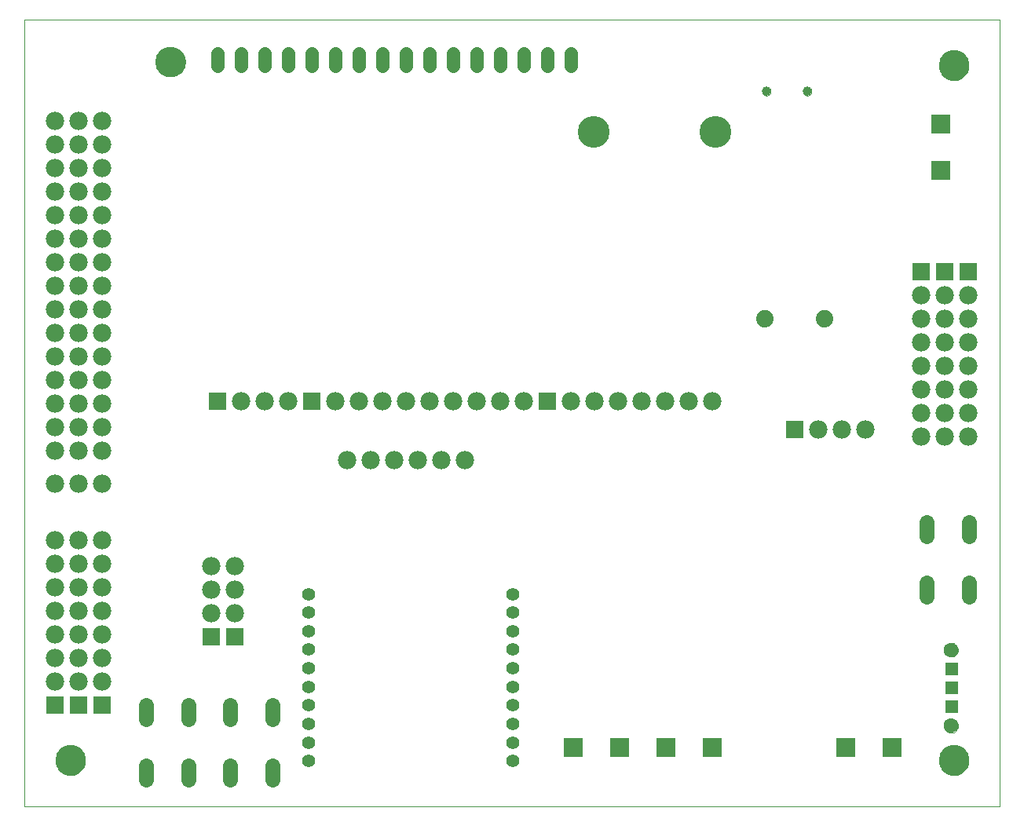
<source format=gbs>
G75*
G70*
%OFA0B0*%
%FSLAX24Y24*%
%IPPOS*%
%LPD*%
%AMOC8*
5,1,8,0,0,1.08239X$1,22.5*
%
%ADD10C,0.0000*%
%ADD11C,0.1290*%
%ADD12C,0.0555*%
%ADD13C,0.0780*%
%ADD14C,0.0640*%
%ADD15C,0.0555*%
%ADD16R,0.0780X0.0780*%
%ADD17C,0.0394*%
%ADD18C,0.1350*%
%ADD19C,0.0740*%
%ADD20R,0.0555X0.0555*%
%ADD21C,0.0631*%
%ADD22R,0.0808X0.0808*%
D10*
X000105Y001250D02*
X000105Y034650D01*
X041505Y034650D01*
X041505Y001250D01*
X000105Y001250D01*
X001430Y003200D02*
X001432Y003250D01*
X001438Y003299D01*
X001448Y003348D01*
X001461Y003395D01*
X001479Y003442D01*
X001500Y003487D01*
X001524Y003530D01*
X001552Y003571D01*
X001583Y003610D01*
X001617Y003646D01*
X001654Y003680D01*
X001694Y003710D01*
X001735Y003737D01*
X001779Y003761D01*
X001824Y003781D01*
X001871Y003797D01*
X001919Y003810D01*
X001968Y003819D01*
X002018Y003824D01*
X002067Y003825D01*
X002117Y003822D01*
X002166Y003815D01*
X002215Y003804D01*
X002262Y003790D01*
X002308Y003771D01*
X002353Y003749D01*
X002396Y003724D01*
X002436Y003695D01*
X002474Y003663D01*
X002510Y003629D01*
X002543Y003591D01*
X002572Y003551D01*
X002598Y003509D01*
X002621Y003465D01*
X002640Y003419D01*
X002656Y003372D01*
X002668Y003323D01*
X002676Y003274D01*
X002680Y003225D01*
X002680Y003175D01*
X002676Y003126D01*
X002668Y003077D01*
X002656Y003028D01*
X002640Y002981D01*
X002621Y002935D01*
X002598Y002891D01*
X002572Y002849D01*
X002543Y002809D01*
X002510Y002771D01*
X002474Y002737D01*
X002436Y002705D01*
X002396Y002676D01*
X002353Y002651D01*
X002308Y002629D01*
X002262Y002610D01*
X002215Y002596D01*
X002166Y002585D01*
X002117Y002578D01*
X002067Y002575D01*
X002018Y002576D01*
X001968Y002581D01*
X001919Y002590D01*
X001871Y002603D01*
X001824Y002619D01*
X001779Y002639D01*
X001735Y002663D01*
X001694Y002690D01*
X001654Y002720D01*
X001617Y002754D01*
X001583Y002790D01*
X001552Y002829D01*
X001524Y002870D01*
X001500Y002913D01*
X001479Y002958D01*
X001461Y003005D01*
X001448Y003052D01*
X001438Y003101D01*
X001432Y003150D01*
X001430Y003200D01*
X031432Y031600D02*
X031434Y031626D01*
X031440Y031652D01*
X031450Y031677D01*
X031463Y031700D01*
X031479Y031720D01*
X031499Y031738D01*
X031521Y031753D01*
X031544Y031765D01*
X031570Y031773D01*
X031596Y031777D01*
X031622Y031777D01*
X031648Y031773D01*
X031674Y031765D01*
X031698Y031753D01*
X031719Y031738D01*
X031739Y031720D01*
X031755Y031700D01*
X031768Y031677D01*
X031778Y031652D01*
X031784Y031626D01*
X031786Y031600D01*
X031784Y031574D01*
X031778Y031548D01*
X031768Y031523D01*
X031755Y031500D01*
X031739Y031480D01*
X031719Y031462D01*
X031697Y031447D01*
X031674Y031435D01*
X031648Y031427D01*
X031622Y031423D01*
X031596Y031423D01*
X031570Y031427D01*
X031544Y031435D01*
X031520Y031447D01*
X031499Y031462D01*
X031479Y031480D01*
X031463Y031500D01*
X031450Y031523D01*
X031440Y031548D01*
X031434Y031574D01*
X031432Y031600D01*
X033164Y031600D02*
X033166Y031626D01*
X033172Y031652D01*
X033182Y031677D01*
X033195Y031700D01*
X033211Y031720D01*
X033231Y031738D01*
X033253Y031753D01*
X033276Y031765D01*
X033302Y031773D01*
X033328Y031777D01*
X033354Y031777D01*
X033380Y031773D01*
X033406Y031765D01*
X033430Y031753D01*
X033451Y031738D01*
X033471Y031720D01*
X033487Y031700D01*
X033500Y031677D01*
X033510Y031652D01*
X033516Y031626D01*
X033518Y031600D01*
X033516Y031574D01*
X033510Y031548D01*
X033500Y031523D01*
X033487Y031500D01*
X033471Y031480D01*
X033451Y031462D01*
X033429Y031447D01*
X033406Y031435D01*
X033380Y031427D01*
X033354Y031423D01*
X033328Y031423D01*
X033302Y031427D01*
X033276Y031435D01*
X033252Y031447D01*
X033231Y031462D01*
X033211Y031480D01*
X033195Y031500D01*
X033182Y031523D01*
X033172Y031548D01*
X033166Y031574D01*
X033164Y031600D01*
X038930Y032700D02*
X038932Y032750D01*
X038938Y032799D01*
X038948Y032848D01*
X038961Y032895D01*
X038979Y032942D01*
X039000Y032987D01*
X039024Y033030D01*
X039052Y033071D01*
X039083Y033110D01*
X039117Y033146D01*
X039154Y033180D01*
X039194Y033210D01*
X039235Y033237D01*
X039279Y033261D01*
X039324Y033281D01*
X039371Y033297D01*
X039419Y033310D01*
X039468Y033319D01*
X039518Y033324D01*
X039567Y033325D01*
X039617Y033322D01*
X039666Y033315D01*
X039715Y033304D01*
X039762Y033290D01*
X039808Y033271D01*
X039853Y033249D01*
X039896Y033224D01*
X039936Y033195D01*
X039974Y033163D01*
X040010Y033129D01*
X040043Y033091D01*
X040072Y033051D01*
X040098Y033009D01*
X040121Y032965D01*
X040140Y032919D01*
X040156Y032872D01*
X040168Y032823D01*
X040176Y032774D01*
X040180Y032725D01*
X040180Y032675D01*
X040176Y032626D01*
X040168Y032577D01*
X040156Y032528D01*
X040140Y032481D01*
X040121Y032435D01*
X040098Y032391D01*
X040072Y032349D01*
X040043Y032309D01*
X040010Y032271D01*
X039974Y032237D01*
X039936Y032205D01*
X039896Y032176D01*
X039853Y032151D01*
X039808Y032129D01*
X039762Y032110D01*
X039715Y032096D01*
X039666Y032085D01*
X039617Y032078D01*
X039567Y032075D01*
X039518Y032076D01*
X039468Y032081D01*
X039419Y032090D01*
X039371Y032103D01*
X039324Y032119D01*
X039279Y032139D01*
X039235Y032163D01*
X039194Y032190D01*
X039154Y032220D01*
X039117Y032254D01*
X039083Y032290D01*
X039052Y032329D01*
X039024Y032370D01*
X039000Y032413D01*
X038979Y032458D01*
X038961Y032505D01*
X038948Y032552D01*
X038938Y032601D01*
X038932Y032650D01*
X038930Y032700D01*
X039144Y007894D02*
X039146Y007928D01*
X039152Y007962D01*
X039162Y007995D01*
X039175Y008026D01*
X039193Y008056D01*
X039213Y008084D01*
X039237Y008109D01*
X039263Y008131D01*
X039291Y008149D01*
X039322Y008165D01*
X039354Y008177D01*
X039388Y008185D01*
X039422Y008189D01*
X039456Y008189D01*
X039490Y008185D01*
X039524Y008177D01*
X039556Y008165D01*
X039586Y008149D01*
X039615Y008131D01*
X039641Y008109D01*
X039665Y008084D01*
X039685Y008056D01*
X039703Y008026D01*
X039716Y007995D01*
X039726Y007962D01*
X039732Y007928D01*
X039734Y007894D01*
X039732Y007860D01*
X039726Y007826D01*
X039716Y007793D01*
X039703Y007762D01*
X039685Y007732D01*
X039665Y007704D01*
X039641Y007679D01*
X039615Y007657D01*
X039587Y007639D01*
X039556Y007623D01*
X039524Y007611D01*
X039490Y007603D01*
X039456Y007599D01*
X039422Y007599D01*
X039388Y007603D01*
X039354Y007611D01*
X039322Y007623D01*
X039291Y007639D01*
X039263Y007657D01*
X039237Y007679D01*
X039213Y007704D01*
X039193Y007732D01*
X039175Y007762D01*
X039162Y007793D01*
X039152Y007826D01*
X039146Y007860D01*
X039144Y007894D01*
X039144Y004665D02*
X039146Y004699D01*
X039152Y004733D01*
X039162Y004766D01*
X039175Y004797D01*
X039193Y004827D01*
X039213Y004855D01*
X039237Y004880D01*
X039263Y004902D01*
X039291Y004920D01*
X039322Y004936D01*
X039354Y004948D01*
X039388Y004956D01*
X039422Y004960D01*
X039456Y004960D01*
X039490Y004956D01*
X039524Y004948D01*
X039556Y004936D01*
X039586Y004920D01*
X039615Y004902D01*
X039641Y004880D01*
X039665Y004855D01*
X039685Y004827D01*
X039703Y004797D01*
X039716Y004766D01*
X039726Y004733D01*
X039732Y004699D01*
X039734Y004665D01*
X039732Y004631D01*
X039726Y004597D01*
X039716Y004564D01*
X039703Y004533D01*
X039685Y004503D01*
X039665Y004475D01*
X039641Y004450D01*
X039615Y004428D01*
X039587Y004410D01*
X039556Y004394D01*
X039524Y004382D01*
X039490Y004374D01*
X039456Y004370D01*
X039422Y004370D01*
X039388Y004374D01*
X039354Y004382D01*
X039322Y004394D01*
X039291Y004410D01*
X039263Y004428D01*
X039237Y004450D01*
X039213Y004475D01*
X039193Y004503D01*
X039175Y004533D01*
X039162Y004564D01*
X039152Y004597D01*
X039146Y004631D01*
X039144Y004665D01*
X038930Y003200D02*
X038932Y003250D01*
X038938Y003299D01*
X038948Y003348D01*
X038961Y003395D01*
X038979Y003442D01*
X039000Y003487D01*
X039024Y003530D01*
X039052Y003571D01*
X039083Y003610D01*
X039117Y003646D01*
X039154Y003680D01*
X039194Y003710D01*
X039235Y003737D01*
X039279Y003761D01*
X039324Y003781D01*
X039371Y003797D01*
X039419Y003810D01*
X039468Y003819D01*
X039518Y003824D01*
X039567Y003825D01*
X039617Y003822D01*
X039666Y003815D01*
X039715Y003804D01*
X039762Y003790D01*
X039808Y003771D01*
X039853Y003749D01*
X039896Y003724D01*
X039936Y003695D01*
X039974Y003663D01*
X040010Y003629D01*
X040043Y003591D01*
X040072Y003551D01*
X040098Y003509D01*
X040121Y003465D01*
X040140Y003419D01*
X040156Y003372D01*
X040168Y003323D01*
X040176Y003274D01*
X040180Y003225D01*
X040180Y003175D01*
X040176Y003126D01*
X040168Y003077D01*
X040156Y003028D01*
X040140Y002981D01*
X040121Y002935D01*
X040098Y002891D01*
X040072Y002849D01*
X040043Y002809D01*
X040010Y002771D01*
X039974Y002737D01*
X039936Y002705D01*
X039896Y002676D01*
X039853Y002651D01*
X039808Y002629D01*
X039762Y002610D01*
X039715Y002596D01*
X039666Y002585D01*
X039617Y002578D01*
X039567Y002575D01*
X039518Y002576D01*
X039468Y002581D01*
X039419Y002590D01*
X039371Y002603D01*
X039324Y002619D01*
X039279Y002639D01*
X039235Y002663D01*
X039194Y002690D01*
X039154Y002720D01*
X039117Y002754D01*
X039083Y002790D01*
X039052Y002829D01*
X039024Y002870D01*
X039000Y002913D01*
X038979Y002958D01*
X038961Y003005D01*
X038948Y003052D01*
X038938Y003101D01*
X038932Y003150D01*
X038930Y003200D01*
X005680Y032860D02*
X005682Y032910D01*
X005688Y032959D01*
X005698Y033008D01*
X005711Y033055D01*
X005729Y033102D01*
X005750Y033147D01*
X005774Y033190D01*
X005802Y033231D01*
X005833Y033270D01*
X005867Y033306D01*
X005904Y033340D01*
X005944Y033370D01*
X005985Y033397D01*
X006029Y033421D01*
X006074Y033441D01*
X006121Y033457D01*
X006169Y033470D01*
X006218Y033479D01*
X006268Y033484D01*
X006317Y033485D01*
X006367Y033482D01*
X006416Y033475D01*
X006465Y033464D01*
X006512Y033450D01*
X006558Y033431D01*
X006603Y033409D01*
X006646Y033384D01*
X006686Y033355D01*
X006724Y033323D01*
X006760Y033289D01*
X006793Y033251D01*
X006822Y033211D01*
X006848Y033169D01*
X006871Y033125D01*
X006890Y033079D01*
X006906Y033032D01*
X006918Y032983D01*
X006926Y032934D01*
X006930Y032885D01*
X006930Y032835D01*
X006926Y032786D01*
X006918Y032737D01*
X006906Y032688D01*
X006890Y032641D01*
X006871Y032595D01*
X006848Y032551D01*
X006822Y032509D01*
X006793Y032469D01*
X006760Y032431D01*
X006724Y032397D01*
X006686Y032365D01*
X006646Y032336D01*
X006603Y032311D01*
X006558Y032289D01*
X006512Y032270D01*
X006465Y032256D01*
X006416Y032245D01*
X006367Y032238D01*
X006317Y032235D01*
X006268Y032236D01*
X006218Y032241D01*
X006169Y032250D01*
X006121Y032263D01*
X006074Y032279D01*
X006029Y032299D01*
X005985Y032323D01*
X005944Y032350D01*
X005904Y032380D01*
X005867Y032414D01*
X005833Y032450D01*
X005802Y032489D01*
X005774Y032530D01*
X005750Y032573D01*
X005729Y032618D01*
X005711Y032665D01*
X005698Y032712D01*
X005688Y032761D01*
X005682Y032810D01*
X005680Y032860D01*
D11*
X006305Y032860D03*
X039555Y032700D03*
X039555Y003200D03*
X002055Y003200D03*
D12*
X012174Y003176D03*
X012174Y003964D03*
X012174Y004751D03*
X012174Y005539D03*
X012174Y006326D03*
X012174Y007113D03*
X012174Y007901D03*
X012174Y008688D03*
X012174Y009476D03*
X012174Y010263D03*
X020836Y010263D03*
X020836Y009476D03*
X020836Y008688D03*
X020836Y007901D03*
X020836Y007113D03*
X020836Y006326D03*
X020836Y005539D03*
X020836Y004751D03*
X020836Y003964D03*
X020836Y003176D03*
D13*
X009050Y009450D03*
X008050Y009450D03*
X008050Y010450D03*
X008050Y011450D03*
X009050Y011450D03*
X009050Y010450D03*
X003405Y010550D03*
X003405Y011550D03*
X003405Y012550D03*
X002405Y012550D03*
X001405Y012550D03*
X001405Y011550D03*
X002405Y011550D03*
X002405Y010550D03*
X001405Y010550D03*
X001405Y009550D03*
X002405Y009550D03*
X003405Y009550D03*
X003405Y008550D03*
X002405Y008550D03*
X001405Y008550D03*
X001405Y007550D03*
X002405Y007550D03*
X003405Y007550D03*
X003405Y006550D03*
X002405Y006550D03*
X001405Y006550D03*
X001405Y014950D03*
X002405Y014950D03*
X003405Y014950D03*
X003405Y016350D03*
X003405Y017350D03*
X003405Y018350D03*
X003405Y019350D03*
X003405Y020350D03*
X003405Y021350D03*
X003405Y022350D03*
X003405Y023350D03*
X003405Y024350D03*
X003405Y025350D03*
X003405Y026350D03*
X003405Y027350D03*
X003405Y028350D03*
X003405Y029350D03*
X003405Y030350D03*
X002405Y030350D03*
X001405Y030350D03*
X001405Y029350D03*
X002405Y029350D03*
X002405Y028350D03*
X001405Y028350D03*
X001405Y027350D03*
X002405Y027350D03*
X002405Y026350D03*
X001405Y026350D03*
X001405Y025350D03*
X002405Y025350D03*
X002405Y024350D03*
X001405Y024350D03*
X001405Y023350D03*
X002405Y023350D03*
X002405Y022350D03*
X001405Y022350D03*
X001405Y021350D03*
X002405Y021350D03*
X002405Y020350D03*
X001405Y020350D03*
X001405Y019350D03*
X002405Y019350D03*
X002405Y018350D03*
X001405Y018350D03*
X001405Y017350D03*
X002405Y017350D03*
X002405Y016350D03*
X001405Y016350D03*
X009305Y018450D03*
X010305Y018450D03*
X011305Y018450D03*
X013305Y018450D03*
X014305Y018450D03*
X015305Y018450D03*
X016305Y018450D03*
X017305Y018450D03*
X018305Y018450D03*
X019305Y018450D03*
X020305Y018450D03*
X021305Y018450D03*
X023305Y018450D03*
X024305Y018450D03*
X025305Y018450D03*
X026305Y018450D03*
X027305Y018450D03*
X028305Y018450D03*
X029305Y018450D03*
X033805Y017250D03*
X034805Y017250D03*
X035805Y017250D03*
X038175Y016950D03*
X038175Y017950D03*
X038175Y018950D03*
X038175Y019950D03*
X038175Y020950D03*
X038175Y021950D03*
X038175Y022950D03*
X039175Y022950D03*
X040175Y022950D03*
X040175Y021950D03*
X039175Y021950D03*
X039175Y020950D03*
X040175Y020950D03*
X040175Y019950D03*
X039175Y019950D03*
X039175Y018950D03*
X040175Y018950D03*
X040175Y017950D03*
X039175Y017950D03*
X039175Y016950D03*
X040175Y016950D03*
X018805Y015950D03*
X017805Y015950D03*
X016805Y015950D03*
X015805Y015950D03*
X014805Y015950D03*
X013805Y015950D03*
D14*
X010625Y005540D02*
X010625Y004940D01*
X008845Y004940D02*
X008845Y005540D01*
X007065Y005545D02*
X007065Y004945D01*
X005285Y004945D02*
X005285Y005545D01*
X005285Y002985D02*
X005285Y002385D01*
X007065Y002385D02*
X007065Y002985D01*
X008845Y002980D02*
X008845Y002380D01*
X010625Y002380D02*
X010625Y002980D01*
X038415Y010150D02*
X038415Y010750D01*
X040195Y010750D02*
X040195Y010150D01*
X040195Y012710D02*
X040195Y013310D01*
X038415Y013310D02*
X038415Y012710D01*
D15*
X023305Y032692D02*
X023305Y033207D01*
X022305Y033207D02*
X022305Y032692D01*
X021305Y032692D02*
X021305Y033207D01*
X020305Y033207D02*
X020305Y032692D01*
X019305Y032692D02*
X019305Y033207D01*
X018305Y033207D02*
X018305Y032692D01*
X017305Y032692D02*
X017305Y033207D01*
X016305Y033207D02*
X016305Y032692D01*
X015305Y032692D02*
X015305Y033207D01*
X014305Y033207D02*
X014305Y032692D01*
X013305Y032692D02*
X013305Y033207D01*
X012305Y033207D02*
X012305Y032692D01*
X011305Y032692D02*
X011305Y033207D01*
X010305Y033207D02*
X010305Y032692D01*
X009305Y032692D02*
X009305Y033207D01*
X008305Y033207D02*
X008305Y032692D01*
D16*
X008305Y018450D03*
X012305Y018450D03*
X022305Y018450D03*
X032805Y017250D03*
X038175Y023950D03*
X039175Y023950D03*
X040175Y023950D03*
X009050Y008450D03*
X008050Y008450D03*
X003405Y005550D03*
X002405Y005550D03*
X001405Y005550D03*
D17*
X031609Y031600D03*
X033341Y031600D03*
D18*
X029430Y029880D03*
X024260Y029880D03*
D19*
X031525Y021950D03*
X034085Y021950D03*
D20*
X039455Y007067D03*
X039455Y006280D03*
X039455Y005492D03*
D21*
X039439Y004665D03*
X039439Y007894D03*
D22*
X036935Y003750D03*
X034966Y003750D03*
X029315Y003760D03*
X027346Y003760D03*
X025375Y003760D03*
X023406Y003760D03*
X039005Y028251D03*
X039005Y030220D03*
M02*

</source>
